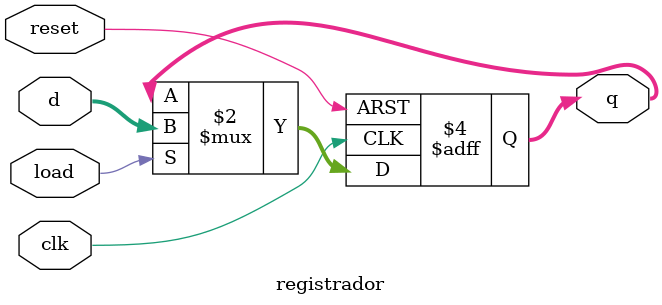
<source format=sv>
module registrador (
    input logic clk,
    input logic reset,
    input logic load,
    input logic [3:0] d,   // Dados de entrada
    output logic [3:0] q   // Dados de saída
);
    always_ff @(posedge clk or posedge reset) begin
        if (reset)
            q <= 4'b0;
        else if (load)
            q <= d;
    end
endmodule

</source>
